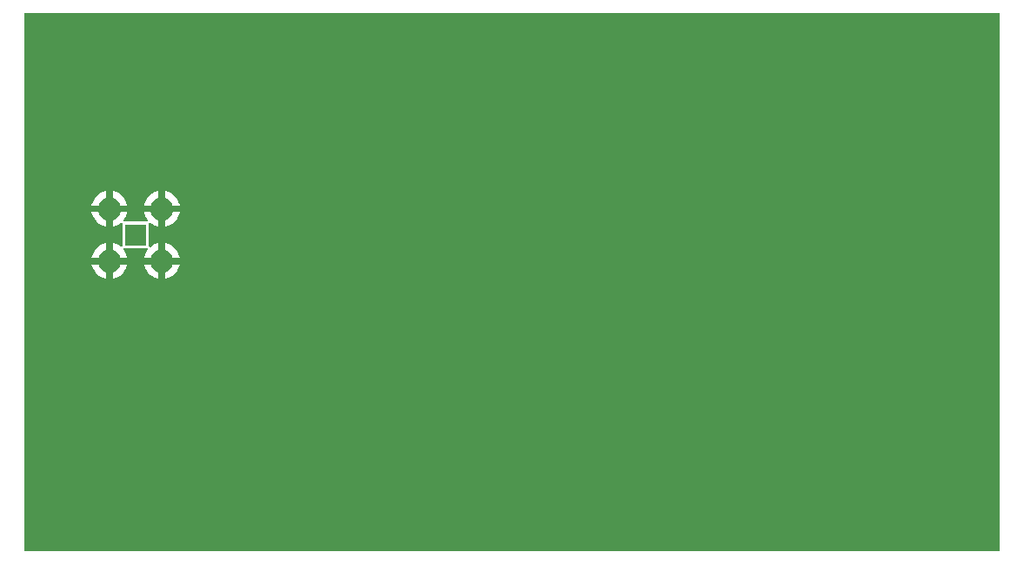
<source format=gbl>
G04*
G04 #@! TF.GenerationSoftware,Altium Limited,Altium Designer,20.1.7 (139)*
G04*
G04 Layer_Physical_Order=2*
G04 Layer_Color=16711680*
%FSLAX43Y43*%
%MOMM*%
G71*
G04*
G04 #@! TF.SameCoordinates,6177D0A9-487A-4126-AA2D-7D1D30F1A86E*
G04*
G04*
G04 #@! TF.FilePolarity,Positive*
G04*
G01*
G75*
%ADD32R,2.100X2.100*%
%ADD33C,2.250*%
%ADD34C,0.700*%
%ADD35C,0.500*%
G36*
X95000Y0D02*
X0D01*
Y52500D01*
X95000D01*
Y0D01*
D02*
G37*
%LPC*%
G36*
X13703Y35177D02*
Y33758D01*
X15122D01*
X15120Y33785D01*
X15019Y34117D01*
X14855Y34423D01*
X14636Y34691D01*
X14368Y34911D01*
X14062Y35074D01*
X13730Y35175D01*
X13703Y35177D01*
D02*
G37*
G36*
X13068D02*
X13040Y35175D01*
X12708Y35074D01*
X12402Y34911D01*
X12134Y34691D01*
X11915Y34423D01*
X11751Y34117D01*
X11650Y33785D01*
X11648Y33758D01*
X13068D01*
Y35177D01*
D02*
G37*
G36*
X8602D02*
Y33758D01*
X10022D01*
X10020Y33785D01*
X9919Y34117D01*
X9755Y34423D01*
X9536Y34691D01*
X9268Y34911D01*
X8962Y35074D01*
X8630Y35175D01*
X8602Y35177D01*
D02*
G37*
G36*
X7968D02*
X7940Y35175D01*
X7608Y35074D01*
X7302Y34911D01*
X7034Y34691D01*
X6815Y34423D01*
X6651Y34117D01*
X6550Y33785D01*
X6548Y33758D01*
X7968D01*
Y35177D01*
D02*
G37*
G36*
X13068Y33123D02*
X11648D01*
X11650Y33095D01*
X11751Y32763D01*
X11915Y32458D01*
X12037Y32309D01*
X11982Y32194D01*
X9688D01*
X9633Y32309D01*
X9755Y32458D01*
X9919Y32763D01*
X10020Y33095D01*
X10022Y33123D01*
X8602D01*
Y31703D01*
X8630Y31706D01*
X8962Y31806D01*
X9268Y31970D01*
X9416Y32092D01*
X9531Y32037D01*
Y29743D01*
X9416Y29689D01*
X9268Y29811D01*
X8962Y29974D01*
X8630Y30075D01*
X8602Y30077D01*
Y28658D01*
X10022D01*
X10020Y28685D01*
X9919Y29017D01*
X9755Y29323D01*
X9633Y29471D01*
X9688Y29586D01*
X11982D01*
X12037Y29471D01*
X11915Y29323D01*
X11751Y29017D01*
X11650Y28685D01*
X11648Y28658D01*
X13068D01*
Y30077D01*
X13040Y30075D01*
X12708Y29974D01*
X12402Y29811D01*
X12254Y29689D01*
X12139Y29743D01*
Y32037D01*
X12254Y32092D01*
X12402Y31970D01*
X12708Y31806D01*
X13040Y31706D01*
X13068Y31703D01*
Y33123D01*
D02*
G37*
G36*
X15122D02*
X13703D01*
Y31703D01*
X13730Y31706D01*
X14062Y31806D01*
X14368Y31970D01*
X14636Y32190D01*
X14855Y32458D01*
X15019Y32763D01*
X15120Y33095D01*
X15122Y33123D01*
D02*
G37*
G36*
X7968D02*
X6548D01*
X6550Y33095D01*
X6651Y32763D01*
X6815Y32458D01*
X7034Y32190D01*
X7302Y31970D01*
X7608Y31806D01*
X7940Y31706D01*
X7968Y31703D01*
Y33123D01*
D02*
G37*
G36*
X13703Y30077D02*
Y28658D01*
X15122D01*
X15120Y28685D01*
X15019Y29017D01*
X14855Y29323D01*
X14636Y29591D01*
X14368Y29811D01*
X14062Y29974D01*
X13730Y30075D01*
X13703Y30077D01*
D02*
G37*
G36*
X7968D02*
X7940Y30075D01*
X7608Y29974D01*
X7302Y29811D01*
X7034Y29591D01*
X6815Y29323D01*
X6651Y29017D01*
X6550Y28685D01*
X6548Y28658D01*
X7968D01*
Y30077D01*
D02*
G37*
G36*
X15122Y28023D02*
X13703D01*
Y26603D01*
X13730Y26606D01*
X14062Y26706D01*
X14368Y26870D01*
X14636Y27090D01*
X14855Y27358D01*
X15019Y27663D01*
X15120Y27995D01*
X15122Y28023D01*
D02*
G37*
G36*
X13068D02*
X11648D01*
X11650Y27995D01*
X11751Y27663D01*
X11915Y27358D01*
X12134Y27090D01*
X12402Y26870D01*
X12708Y26706D01*
X13040Y26606D01*
X13068Y26603D01*
Y28023D01*
D02*
G37*
G36*
X10022D02*
X8602D01*
Y26603D01*
X8630Y26606D01*
X8962Y26706D01*
X9268Y26870D01*
X9536Y27090D01*
X9755Y27358D01*
X9919Y27663D01*
X10020Y27995D01*
X10022Y28023D01*
D02*
G37*
G36*
X7968D02*
X6548D01*
X6550Y27995D01*
X6651Y27663D01*
X6815Y27358D01*
X7034Y27090D01*
X7302Y26870D01*
X7608Y26706D01*
X7940Y26606D01*
X7968Y26603D01*
Y28023D01*
D02*
G37*
%LPD*%
D32*
X10835Y30890D02*
D03*
D33*
X8285Y28340D02*
D03*
X13385D02*
D03*
Y33440D02*
D03*
X8285D02*
D03*
D34*
X86450Y42000D02*
D03*
X80100Y29300D02*
D03*
X86450Y16600D02*
D03*
X80100Y3900D02*
D03*
X73750Y42000D02*
D03*
Y16600D02*
D03*
X67400Y3900D02*
D03*
X61050Y42000D02*
D03*
X54700Y3900D02*
D03*
X42000Y29300D02*
D03*
Y3900D02*
D03*
X35650Y16600D02*
D03*
X29300Y3900D02*
D03*
X22950Y16600D02*
D03*
X16600Y3900D02*
D03*
X10250Y42000D02*
D03*
X3900Y29300D02*
D03*
X10250Y16600D02*
D03*
X3900Y3900D02*
D03*
X37462Y41563D02*
D03*
X36858Y40825D02*
D03*
X36500Y39940D02*
D03*
X36287Y39010D02*
D03*
X36219Y38059D02*
D03*
X36413Y37125D02*
D03*
X36201Y36195D02*
D03*
X36180Y35241D02*
D03*
X36413Y34316D02*
D03*
Y33362D02*
D03*
X36353Y32410D02*
D03*
X35399Y32431D02*
D03*
X34446Y32467D02*
D03*
X33514Y32261D02*
D03*
X32830Y32926D02*
D03*
X31996Y33390D02*
D03*
X31053Y33531D02*
D03*
X30122Y33740D02*
D03*
X28085Y30809D02*
D03*
X30281Y28096D02*
D03*
X31222Y28252D02*
D03*
X32155Y28453D02*
D03*
X32960Y28965D02*
D03*
X35711Y29431D02*
D03*
X36657Y29560D02*
D03*
X37553Y29887D02*
D03*
X38309Y30468D02*
D03*
X38848Y31256D02*
D03*
X39124Y32169D02*
D03*
X39155Y33122D02*
D03*
Y34076D02*
D03*
Y36889D02*
D03*
X39803Y39628D02*
D03*
X40757D02*
D03*
X41711D02*
D03*
X42665D02*
D03*
X43619D02*
D03*
X44573D02*
D03*
X45527D02*
D03*
X46481D02*
D03*
X47435D02*
D03*
X48389D02*
D03*
X49325Y39445D02*
D03*
X46273Y42499D02*
D03*
X47227D02*
D03*
X48181D02*
D03*
X49135D02*
D03*
X50089D02*
D03*
X50924Y42038D02*
D03*
X51181Y41148D02*
D03*
X22436Y29358D02*
D03*
X23390D02*
D03*
X20528D02*
D03*
X21482D02*
D03*
X17080Y32518D02*
D03*
X16126D02*
D03*
X18988D02*
D03*
X18034D02*
D03*
X16712Y29358D02*
D03*
X15758D02*
D03*
X17666D02*
D03*
X25695Y45168D02*
D03*
X24771Y44932D02*
D03*
X23896Y44550D02*
D03*
X23104Y44019D02*
D03*
X22417Y43357D02*
D03*
X21846Y42592D02*
D03*
X21415Y41741D02*
D03*
X21145Y40826D02*
D03*
X21027Y39880D02*
D03*
X21021Y38926D02*
D03*
Y37972D02*
D03*
Y37018D02*
D03*
Y36064D02*
D03*
Y35110D02*
D03*
Y34156D02*
D03*
Y33202D02*
D03*
X19942Y32518D02*
D03*
X18620Y29358D02*
D03*
X19574D02*
D03*
X24214Y29025D02*
D03*
X24999Y28482D02*
D03*
X25925Y28256D02*
D03*
X26872Y28140D02*
D03*
X27813Y27981D02*
D03*
X28756Y28127D02*
D03*
X29010Y33483D02*
D03*
X28110Y33800D02*
D03*
X27157Y33761D02*
D03*
X26231Y33531D02*
D03*
X25286Y33405D02*
D03*
X23763Y32290D02*
D03*
Y33244D02*
D03*
Y34198D02*
D03*
Y35152D02*
D03*
Y36106D02*
D03*
Y37060D02*
D03*
Y38014D02*
D03*
Y38968D02*
D03*
X23781Y39922D02*
D03*
X24022Y40845D02*
D03*
X24556Y41635D02*
D03*
X25324Y42201D02*
D03*
X26239Y42472D02*
D03*
X27193Y42499D02*
D03*
X28147D02*
D03*
X29101D02*
D03*
X30055D02*
D03*
X31009D02*
D03*
X31963D02*
D03*
X32917D02*
D03*
X33871D02*
D03*
X34825D02*
D03*
X35779D02*
D03*
X36733D02*
D03*
X37687D02*
D03*
X38641D02*
D03*
X39595D02*
D03*
X40549D02*
D03*
X41503D02*
D03*
X42457D02*
D03*
X43411D02*
D03*
X44365D02*
D03*
X45319D02*
D03*
X53627Y43510D02*
D03*
X53082Y44294D02*
D03*
X52321Y44869D02*
D03*
X51421Y45187D02*
D03*
X50469Y45241D02*
D03*
X49515D02*
D03*
X48561D02*
D03*
X47607D02*
D03*
X46653D02*
D03*
X45699D02*
D03*
X44745D02*
D03*
X43791D02*
D03*
X42837D02*
D03*
X41883D02*
D03*
X40929D02*
D03*
X39975D02*
D03*
X39021D02*
D03*
X38067D02*
D03*
X37113D02*
D03*
X36159D02*
D03*
X35205D02*
D03*
X34251D02*
D03*
X33297D02*
D03*
X32343D02*
D03*
X31389D02*
D03*
X30435D02*
D03*
X29481D02*
D03*
X28527D02*
D03*
X27573D02*
D03*
X26619D02*
D03*
D35*
X65391Y32124D02*
D03*
X61087Y30607D02*
D03*
X58674Y29083D02*
D03*
X40894Y38354D02*
D03*
X48500Y37000D02*
D03*
M02*

</source>
